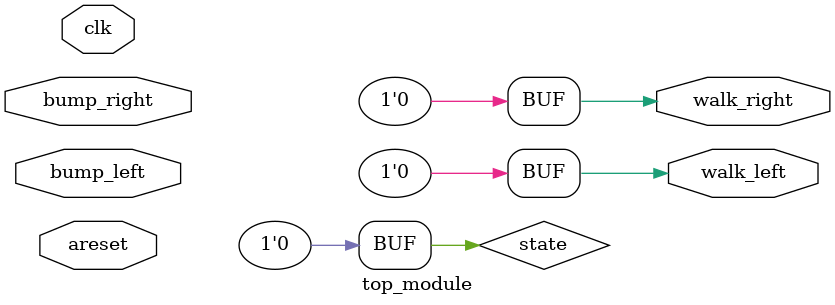
<source format=sv>
module top_module (
    input clk,
    input areset,
    input bump_left,
    input bump_right,
    output reg walk_left,
    output reg walk_right
);

// State definitions
parameter LEFT = 1'b0;
parameter RIGHT = 1'b1;

// State register
reg state;

// Next state logic
always @(*) begin
    case (state)
        LEFT: begin
            walk_left = 1'b1;
            walk_right = 1'b0;
            if (bump_right) begin
                state = RIGHT;
            end else begin
                state = LEFT;
            end
        end
        RIGHT: begin
            walk_left = 1'b0;
            walk_right = 1'b1;
            if (bump_left) begin
                state = LEFT;
            end else begin
                state = RIGHT;
            end
        end
        default: begin
            walk_left = 1'b0;
            walk_right = 1'b0;
            state = LEFT;
        end
    endcase
end

// Synchronous reset
always @(posedge clk, posedge areset) begin
    if (areset) begin
        state <= LEFT;
    end else begin
        state <= state;
    end
end

endmodule

</source>
